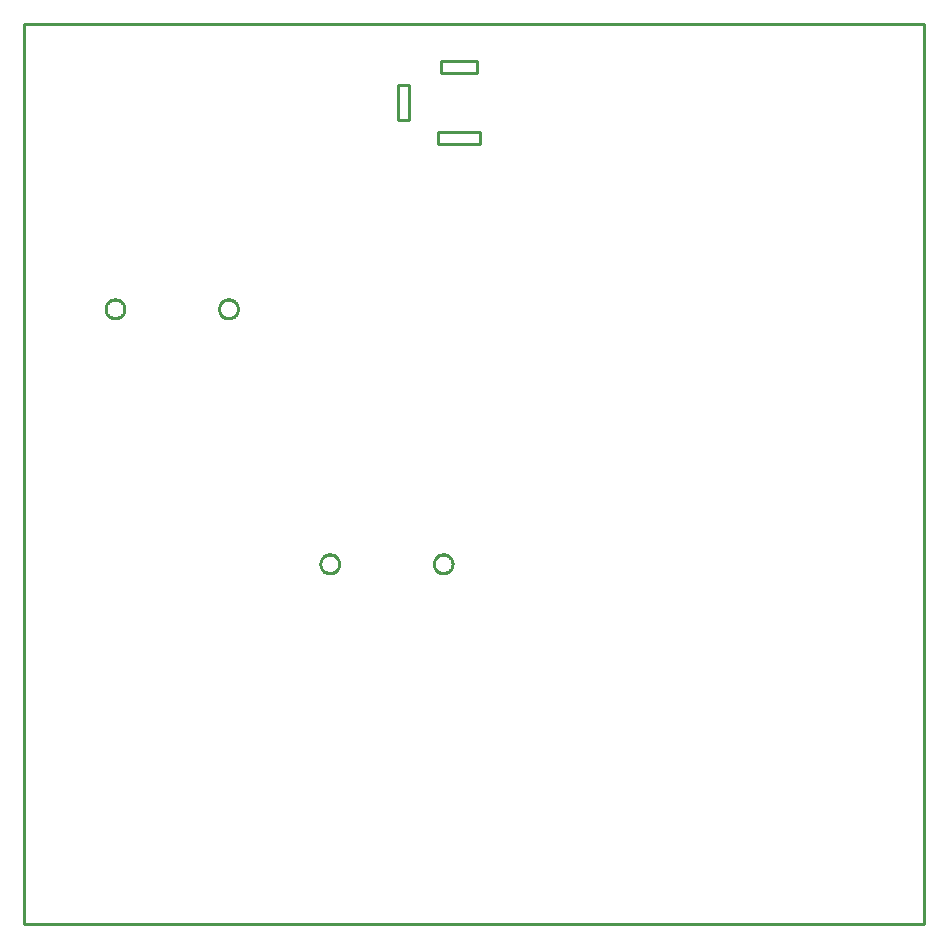
<source format=gbr>
G04 EAGLE Gerber RS-274X export*
G75*
%MOMM*%
%FSLAX34Y34*%
%LPD*%
%IN*%
%IPPOS*%
%AMOC8*
5,1,8,0,0,1.08239X$1,22.5*%
G01*
%ADD10C,0.254000*%


D10*
X0Y0D02*
X762000Y0D01*
X762000Y762000D01*
X0Y762000D01*
X0Y0D01*
X316300Y680480D02*
X326300Y680480D01*
X326300Y710480D01*
X316300Y710480D01*
X316300Y680480D01*
X350800Y660480D02*
X385800Y660480D01*
X385800Y670480D01*
X350800Y670480D01*
X350800Y660480D01*
X353300Y720480D02*
X383300Y720480D01*
X383300Y730480D01*
X353300Y730480D01*
X353300Y720480D01*
X346800Y305193D02*
X346877Y305975D01*
X347030Y306746D01*
X347259Y307498D01*
X347559Y308225D01*
X347930Y308918D01*
X348367Y309571D01*
X348865Y310179D01*
X349421Y310735D01*
X350029Y311233D01*
X350682Y311670D01*
X351375Y312041D01*
X352102Y312341D01*
X352854Y312570D01*
X353625Y312723D01*
X354407Y312800D01*
X355193Y312800D01*
X355975Y312723D01*
X356746Y312570D01*
X357498Y312341D01*
X358225Y312041D01*
X358918Y311670D01*
X359571Y311233D01*
X360179Y310735D01*
X360735Y310179D01*
X361233Y309571D01*
X361670Y308918D01*
X362041Y308225D01*
X362341Y307498D01*
X362570Y306746D01*
X362723Y305975D01*
X362800Y305193D01*
X362800Y304407D01*
X362723Y303625D01*
X362570Y302854D01*
X362341Y302102D01*
X362041Y301375D01*
X361670Y300682D01*
X361233Y300029D01*
X360735Y299421D01*
X360179Y298865D01*
X359571Y298367D01*
X358918Y297930D01*
X358225Y297559D01*
X357498Y297259D01*
X356746Y297030D01*
X355975Y296877D01*
X355193Y296800D01*
X354407Y296800D01*
X353625Y296877D01*
X352854Y297030D01*
X352102Y297259D01*
X351375Y297559D01*
X350682Y297930D01*
X350029Y298367D01*
X349421Y298865D01*
X348865Y299421D01*
X348367Y300029D01*
X347930Y300682D01*
X347559Y301375D01*
X347259Y302102D01*
X347030Y302854D01*
X346877Y303625D01*
X346800Y304407D01*
X346800Y305193D01*
X250800Y305193D02*
X250877Y305975D01*
X251030Y306746D01*
X251259Y307498D01*
X251559Y308225D01*
X251930Y308918D01*
X252367Y309571D01*
X252865Y310179D01*
X253421Y310735D01*
X254029Y311233D01*
X254682Y311670D01*
X255375Y312041D01*
X256102Y312341D01*
X256854Y312570D01*
X257625Y312723D01*
X258407Y312800D01*
X259193Y312800D01*
X259975Y312723D01*
X260746Y312570D01*
X261498Y312341D01*
X262225Y312041D01*
X262918Y311670D01*
X263571Y311233D01*
X264179Y310735D01*
X264735Y310179D01*
X265233Y309571D01*
X265670Y308918D01*
X266041Y308225D01*
X266341Y307498D01*
X266570Y306746D01*
X266723Y305975D01*
X266800Y305193D01*
X266800Y304407D01*
X266723Y303625D01*
X266570Y302854D01*
X266341Y302102D01*
X266041Y301375D01*
X265670Y300682D01*
X265233Y300029D01*
X264735Y299421D01*
X264179Y298865D01*
X263571Y298367D01*
X262918Y297930D01*
X262225Y297559D01*
X261498Y297259D01*
X260746Y297030D01*
X259975Y296877D01*
X259193Y296800D01*
X258407Y296800D01*
X257625Y296877D01*
X256854Y297030D01*
X256102Y297259D01*
X255375Y297559D01*
X254682Y297930D01*
X254029Y298367D01*
X253421Y298865D01*
X252865Y299421D01*
X252367Y300029D01*
X251930Y300682D01*
X251559Y301375D01*
X251259Y302102D01*
X251030Y302854D01*
X250877Y303625D01*
X250800Y304407D01*
X250800Y305193D01*
X85000Y520307D02*
X84923Y519525D01*
X84770Y518754D01*
X84541Y518002D01*
X84241Y517275D01*
X83870Y516582D01*
X83433Y515929D01*
X82935Y515321D01*
X82379Y514765D01*
X81771Y514267D01*
X81118Y513830D01*
X80425Y513459D01*
X79698Y513159D01*
X78946Y512930D01*
X78175Y512777D01*
X77393Y512700D01*
X76607Y512700D01*
X75825Y512777D01*
X75054Y512930D01*
X74302Y513159D01*
X73575Y513459D01*
X72882Y513830D01*
X72229Y514267D01*
X71621Y514765D01*
X71065Y515321D01*
X70567Y515929D01*
X70130Y516582D01*
X69759Y517275D01*
X69459Y518002D01*
X69230Y518754D01*
X69077Y519525D01*
X69000Y520307D01*
X69000Y521093D01*
X69077Y521875D01*
X69230Y522646D01*
X69459Y523398D01*
X69759Y524125D01*
X70130Y524818D01*
X70567Y525471D01*
X71065Y526079D01*
X71621Y526635D01*
X72229Y527133D01*
X72882Y527570D01*
X73575Y527941D01*
X74302Y528241D01*
X75054Y528470D01*
X75825Y528623D01*
X76607Y528700D01*
X77393Y528700D01*
X78175Y528623D01*
X78946Y528470D01*
X79698Y528241D01*
X80425Y527941D01*
X81118Y527570D01*
X81771Y527133D01*
X82379Y526635D01*
X82935Y526079D01*
X83433Y525471D01*
X83870Y524818D01*
X84241Y524125D01*
X84541Y523398D01*
X84770Y522646D01*
X84923Y521875D01*
X85000Y521093D01*
X85000Y520307D01*
X181000Y520307D02*
X180923Y519525D01*
X180770Y518754D01*
X180541Y518002D01*
X180241Y517275D01*
X179870Y516582D01*
X179433Y515929D01*
X178935Y515321D01*
X178379Y514765D01*
X177771Y514267D01*
X177118Y513830D01*
X176425Y513459D01*
X175698Y513159D01*
X174946Y512930D01*
X174175Y512777D01*
X173393Y512700D01*
X172607Y512700D01*
X171825Y512777D01*
X171054Y512930D01*
X170302Y513159D01*
X169575Y513459D01*
X168882Y513830D01*
X168229Y514267D01*
X167621Y514765D01*
X167065Y515321D01*
X166567Y515929D01*
X166130Y516582D01*
X165759Y517275D01*
X165459Y518002D01*
X165230Y518754D01*
X165077Y519525D01*
X165000Y520307D01*
X165000Y521093D01*
X165077Y521875D01*
X165230Y522646D01*
X165459Y523398D01*
X165759Y524125D01*
X166130Y524818D01*
X166567Y525471D01*
X167065Y526079D01*
X167621Y526635D01*
X168229Y527133D01*
X168882Y527570D01*
X169575Y527941D01*
X170302Y528241D01*
X171054Y528470D01*
X171825Y528623D01*
X172607Y528700D01*
X173393Y528700D01*
X174175Y528623D01*
X174946Y528470D01*
X175698Y528241D01*
X176425Y527941D01*
X177118Y527570D01*
X177771Y527133D01*
X178379Y526635D01*
X178935Y526079D01*
X179433Y525471D01*
X179870Y524818D01*
X180241Y524125D01*
X180541Y523398D01*
X180770Y522646D01*
X180923Y521875D01*
X181000Y521093D01*
X181000Y520307D01*
M02*

</source>
